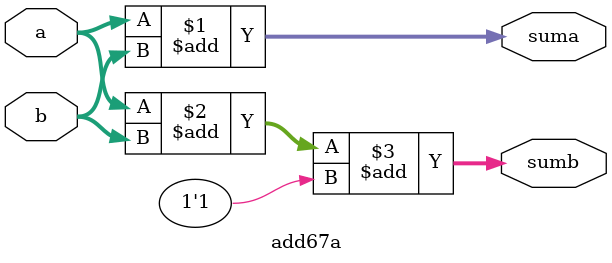
<source format=v>
module mpadder7 (
  input wire clk,
  input wire leftshift,
  input wire [1026:0] in_a,
  input wire [1026:0] in_b,
  output wire [1027:0] result
);

    wire [1026:0] MuxB = leftshift? {in_b, 1'b0}: in_b;
    wire [1027:0] Sum;
    
    
    wire [1027:0] sumA;
    wire [1027:64] sumB;
    
    wire [14:0] carryA;
    wire [14:1] carryB;
    
    wire carry1;
    wire carry2;
    wire carry3;
    wire carry4;
    wire carry5;
    wire carry6;
    wire carry7;
    wire carry8;
    wire carry9;
    wire carry10;
    wire carry11;
    wire carry12;
    wire carry13;
    wire carry14;
    wire carry15;
    
  assign {carryA[0],sumA[63:0]} = in_a[63:0] + MuxB[63:0];   
  //assign {carryB[0],sumB[63:0]} = 65'b0;
  add64a A2(in_a[127:64], MuxB[127:64],sumA[127:64], carryA[1], sumB[127:64], carryB[1]);
  add64a A3(in_a[191:128], MuxB[191:128],sumA[191:128], carryA[2], sumB[191:128], carryB[2]);
  add64a A4(in_a[255:192], MuxB[255:192],sumA[255:192], carryA[3], sumB[255:192], carryB[3]);
  add64a A5(in_a[319:256], MuxB[319:256],sumA[319:256], carryA[4], sumB[319:256], carryB[4]);
  add64a A6(in_a[383:320], MuxB[383:320],sumA[383:320], carryA[5], sumB[383:320], carryB[5]);
  add64a A7(in_a[447:384], MuxB[447:384],sumA[447:384], carryA[6], sumB[447:384], carryB[6]);
  add64a A8(in_a[511:448], MuxB[511:448],sumA[511:448], carryA[7], sumB[511:448], carryB[7]);
  add64a A9(in_a[575:512], MuxB[575:512],sumA[575:512], carryA[8], sumB[575:512], carryB[8]);
  add64a A10(in_a[639:576], MuxB[639:576],sumA[639:576], carryA[9], sumB[639:576], carryB[9]);
  add64a A11(in_a[703:640], MuxB[703:640],sumA[703:640], carryA[10], sumB[703:640], carryB[10]);
  add64a A12(in_a[767:704], MuxB[767:704],sumA[767:704], carryA[11], sumB[767:704], carryB[11]);
  add64a A13(in_a[831:768], MuxB[831:768],sumA[831:768], carryA[12], sumB[831:768], carryB[12]);
  add64a A14(in_a[895:832], MuxB[895:832],sumA[895:832], carryA[13], sumB[895:832], carryB[13]);
  add64a A15(in_a[959:896], MuxB[959:896],sumA[959:896], carryA[14], sumB[959:896], carryB[14]);
  add67a A16(in_a[1026:960], MuxB[1026:960],sumA[1027:960], sumB[1027:960]);
  

    


  reg [1027:0] regA;
  reg [1027:64] regB;
  reg [14:0] regcA;
  reg [14:1] regcB;
  always @(posedge clk) 
  begin
    regA <= sumA;
    regB <= sumB;
    regcA <= carryA;
    regcB <= carryB;
  end  
  
    assign carry1 = regcA[0];
    assign carry2 = carry1? regcB[1]: regcA[1];
    assign carry3 = carry2? regcB[2]: regcA[2];
    assign carry4 = carry3? regcB[3]: regcA[3];
    assign carry5 = carry4? regcB[4]: regcA[4];
    assign carry6 = carry5? regcB[5]: regcA[5];
    assign carry7 = carry6? regcB[6]: regcA[6];
    assign carry8 = carry7? regcB[7]: regcA[7];
    assign carry9 = carry8? regcB[8]: regcA[8];
    assign carry10 = carry9? regcB[9]: regcA[9];
    assign carry11 = carry10? regcB[10]: regcA[10];
    assign carry12 = carry11? regcB[11]: regcA[11];
    assign carry13 = carry12? regcB[12]: regcA[12];
    assign carry14 = carry13? regcB[13]: regcA[13];
    assign carry15 = carry14? regcB[14]: regcA[14];
  
    assign Sum[63:0] = regA[63:0];
    assign Sum[127:64] = carry1? regB[127:64]: regA[127:64];
    assign Sum[191:128] = carry2? regB[191:128]: regA[191:128];
    assign Sum[255:192] = carry3? regB[255:192]: regA[255:192];
    assign Sum[319:256] = carry4? regB[319:256]: regA[319:256];
    assign Sum[383:320] = carry5? regB[383:320]: regA[383:320];
    assign Sum[447:384] = carry6? regB[447:384]: regA[447:384];
    assign Sum[511:448] = carry7? regB[511:448]: regA[511:448];
    assign Sum[575:512] = carry8? regB[575:512]: regA[575:512];
    assign Sum[639:576] = carry9? regB[639:576]: regA[639:576];
    assign Sum[703:640] = carry10? regB[703:640]: regA[703:640];
    assign Sum[767:704] = carry11? regB[767:704]: regA[767:704];
    assign Sum[831:768] = carry12? regB[831:768]: regA[831:768];
    assign Sum[895:832] = carry13? regB[895:832]: regA[895:832];
    assign Sum[959:896] = carry14? regB[959:896]: regA[959:896];
    assign Sum[1027:960] = carry15? regB[1027:960]: regA[1027:960];
  

  assign result = Sum;


endmodule

module add64a(
    input wire [63:0] a,
    input wire [63:0] b,
    output wire [63:0] suma,
    output wire carrya,
    output wire [63:0] sumb,
    output wire carryb
    );
    
    assign {carrya, suma} = a+b;
    assign {carryb, sumb} = a+b+1'b1;
    
    
endmodule

module add67a(
    input wire [66:0] a,
    input wire [66:0] b,
    output wire [67:0] suma,
    output wire [67:0] sumb
    );
    
    assign suma= a+b;
    assign sumb = a+b+1'b1;
    
    
endmodule

</source>
